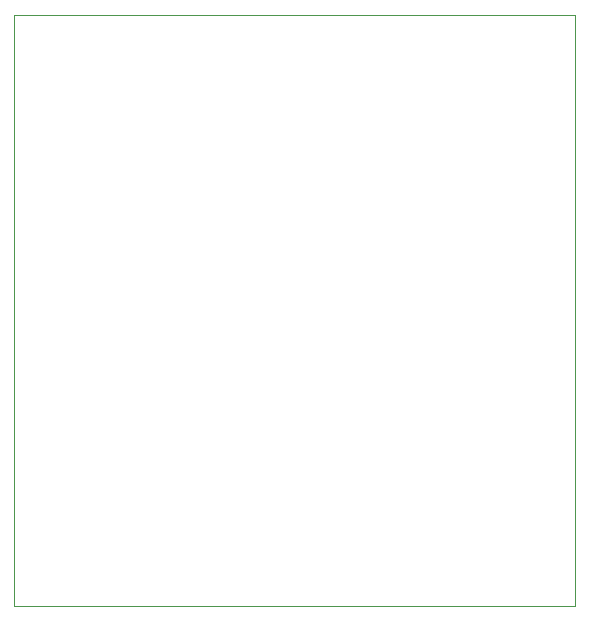
<source format=gm1>
G04 #@! TF.GenerationSoftware,KiCad,Pcbnew,8.0.8*
G04 #@! TF.CreationDate,2025-01-30T19:33:48+01:00*
G04 #@! TF.ProjectId,HAMS_node,48414d53-5f6e-46f6-9465-2e6b69636164,rev?*
G04 #@! TF.SameCoordinates,Original*
G04 #@! TF.FileFunction,Profile,NP*
%FSLAX46Y46*%
G04 Gerber Fmt 4.6, Leading zero omitted, Abs format (unit mm)*
G04 Created by KiCad (PCBNEW 8.0.8) date 2025-01-30 19:33:48*
%MOMM*%
%LPD*%
G01*
G04 APERTURE LIST*
G04 #@! TA.AperFunction,Profile*
%ADD10C,0.050000*%
G04 #@! TD*
G04 APERTURE END LIST*
D10*
X166600000Y-57600000D02*
X214100000Y-57600000D01*
X214100000Y-107600000D01*
X166600000Y-107600000D01*
X166600000Y-57600000D01*
M02*

</source>
